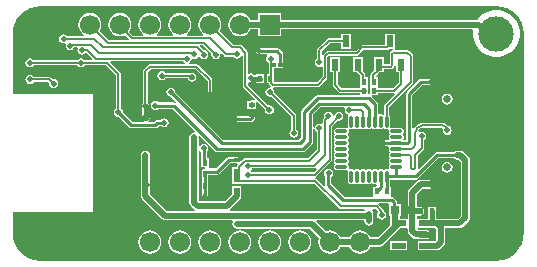
<source format=gbl>
G04*
G04 #@! TF.GenerationSoftware,Altium Limited,Altium Designer,21.6.4 (81)*
G04*
G04 Layer_Physical_Order=2*
G04 Layer_Color=16711680*
%FSLAX44Y44*%
%MOMM*%
G71*
G04*
G04 #@! TF.SameCoordinates,711A6483-5E67-4E50-9913-089A3A40D486*
G04*
G04*
G04 #@! TF.FilePolarity,Positive*
G04*
G01*
G75*
%ADD12C,0.1524*%
%ADD15C,0.2540*%
%ADD19R,0.4000X0.5000*%
%ADD22R,0.5000X0.4000*%
%ADD26R,0.7620X0.7620*%
%ADD61C,0.5080*%
%ADD62C,0.3810*%
%ADD65C,1.7000*%
%ADD66R,1.7000X1.7000*%
%ADD67C,3.0000*%
%ADD68C,0.6500*%
%ADD69O,1.8000X1.0000*%
%ADD70O,2.1000X1.0000*%
%ADD71C,0.5000*%
%ADD72C,0.6100*%
%ADD73R,0.5000X0.3000*%
%ADD74R,0.6000X1.0000*%
G04:AMPARAMS|DCode=75|XSize=0.3048mm|YSize=0.9652mm|CornerRadius=0.0762mm|HoleSize=0mm|Usage=FLASHONLY|Rotation=270.000|XOffset=0mm|YOffset=0mm|HoleType=Round|Shape=RoundedRectangle|*
%AMROUNDEDRECTD75*
21,1,0.3048,0.8128,0,0,270.0*
21,1,0.1524,0.9652,0,0,270.0*
1,1,0.1524,-0.4064,-0.0762*
1,1,0.1524,-0.4064,0.0762*
1,1,0.1524,0.4064,0.0762*
1,1,0.1524,0.4064,-0.0762*
%
%ADD75ROUNDEDRECTD75*%
G04:AMPARAMS|DCode=76|XSize=0.3048mm|YSize=0.9652mm|CornerRadius=0.0762mm|HoleSize=0mm|Usage=FLASHONLY|Rotation=0.000|XOffset=0mm|YOffset=0mm|HoleType=Round|Shape=RoundedRectangle|*
%AMROUNDEDRECTD76*
21,1,0.3048,0.8128,0,0,0.0*
21,1,0.1524,0.9652,0,0,0.0*
1,1,0.1524,0.0762,-0.4064*
1,1,0.1524,-0.0762,-0.4064*
1,1,0.1524,-0.0762,0.4064*
1,1,0.1524,0.0762,0.4064*
%
%ADD76ROUNDEDRECTD76*%
%ADD77R,2.7000X2.8000*%
%ADD78R,1.1570X0.4900*%
%ADD79R,1.1750X0.4900*%
G36*
X390636Y191815D02*
X395017Y190486D01*
X399054Y188328D01*
X402593Y185423D01*
X405498Y181884D01*
X407656Y177847D01*
X408985Y173466D01*
X409425Y168995D01*
X409408Y168910D01*
Y0D01*
X409425Y-85D01*
X408985Y-4556D01*
X407656Y-8937D01*
X405498Y-12974D01*
X402593Y-16513D01*
X399054Y-19418D01*
X395017Y-21576D01*
X390636Y-22905D01*
X386165Y-23345D01*
X386080Y-23328D01*
X0D01*
X-85Y-23345D01*
X-4556Y-22905D01*
X-8937Y-21576D01*
X-12974Y-19418D01*
X-16513Y-16513D01*
X-19418Y-12974D01*
X-21576Y-8937D01*
X-22905Y-4556D01*
X-23345Y-85D01*
X-23328Y0D01*
Y17780D01*
X44600D01*
Y117780D01*
X-23328D01*
Y168910D01*
X-23345Y168995D01*
X-22905Y173466D01*
X-21576Y177847D01*
X-19418Y181884D01*
X-16513Y185423D01*
X-12974Y188328D01*
X-8937Y190486D01*
X-4556Y191815D01*
X-85Y192255D01*
X0Y192238D01*
X386080D01*
X386165Y192255D01*
X390636Y191815D01*
D02*
G37*
%LPC*%
G36*
X388034Y188748D02*
X384126D01*
X380293Y187986D01*
X376683Y186490D01*
X373434Y184319D01*
X370671Y181556D01*
X369908Y180415D01*
X204080D01*
Y186300D01*
X184540D01*
Y180415D01*
X177876D01*
X177444Y181457D01*
X175878Y183498D01*
X173837Y185064D01*
X171460Y186049D01*
X168910Y186384D01*
X166360Y186049D01*
X163983Y185064D01*
X161942Y183498D01*
X160376Y181457D01*
X159391Y179081D01*
X159056Y176530D01*
X159391Y173979D01*
X160376Y171603D01*
X161942Y169562D01*
X163983Y167996D01*
X166360Y167012D01*
X168910Y166676D01*
X171460Y167012D01*
X173837Y167996D01*
X175878Y169562D01*
X177444Y171603D01*
X177876Y172645D01*
X184540D01*
Y166760D01*
X204080D01*
Y172645D01*
X365595D01*
X366401Y171664D01*
X366242Y170864D01*
Y166956D01*
X367004Y163123D01*
X368500Y159513D01*
X370671Y156264D01*
X373434Y153501D01*
X376683Y151330D01*
X380293Y149834D01*
X384126Y149072D01*
X388034D01*
X391866Y149834D01*
X395477Y151330D01*
X398726Y153501D01*
X401489Y156264D01*
X403660Y159513D01*
X405156Y163123D01*
X405918Y166956D01*
Y170864D01*
X405156Y174697D01*
X403660Y178307D01*
X401489Y181556D01*
X398726Y184319D01*
X395477Y186490D01*
X391866Y187986D01*
X388034Y188748D01*
D02*
G37*
G36*
X143510Y186384D02*
X140960Y186049D01*
X138583Y185064D01*
X136542Y183498D01*
X134976Y181457D01*
X133991Y179081D01*
X133656Y176530D01*
X133991Y173979D01*
X134976Y171603D01*
X136542Y169562D01*
X137886Y168530D01*
X137455Y167260D01*
X124165D01*
X123734Y168530D01*
X125078Y169562D01*
X126644Y171603D01*
X127628Y173979D01*
X127964Y176530D01*
X127628Y179081D01*
X126644Y181457D01*
X125078Y183498D01*
X123037Y185064D01*
X120660Y186049D01*
X118110Y186384D01*
X115560Y186049D01*
X113183Y185064D01*
X111142Y183498D01*
X109576Y181457D01*
X108591Y179081D01*
X108256Y176530D01*
X108591Y173979D01*
X109576Y171603D01*
X111142Y169562D01*
X112486Y168530D01*
X112055Y167260D01*
X98765D01*
X98334Y168530D01*
X99678Y169562D01*
X101244Y171603D01*
X102228Y173979D01*
X102564Y176530D01*
X102228Y179081D01*
X101244Y181457D01*
X99678Y183498D01*
X97637Y185064D01*
X95260Y186049D01*
X92710Y186384D01*
X90160Y186049D01*
X87783Y185064D01*
X85742Y183498D01*
X84176Y181457D01*
X83191Y179081D01*
X82856Y176530D01*
X83191Y173979D01*
X84176Y171603D01*
X85742Y169562D01*
X87086Y168530D01*
X86655Y167260D01*
X78240D01*
X74999Y170501D01*
X75844Y171603D01*
X76828Y173979D01*
X77164Y176530D01*
X76828Y179081D01*
X75844Y181457D01*
X74278Y183498D01*
X72237Y185064D01*
X69861Y186049D01*
X67310Y186384D01*
X64759Y186049D01*
X62383Y185064D01*
X60342Y183498D01*
X58776Y181457D01*
X57792Y179081D01*
X57456Y176530D01*
X57792Y173979D01*
X58776Y171603D01*
X60342Y169562D01*
X62383Y167996D01*
X64759Y167012D01*
X67310Y166676D01*
X69861Y167012D01*
X71818Y167822D01*
X74988Y164652D01*
X74462Y163382D01*
X57988D01*
X50150Y171220D01*
X50444Y171603D01*
X51428Y173979D01*
X51764Y176530D01*
X51428Y179081D01*
X50444Y181457D01*
X48878Y183498D01*
X46837Y185064D01*
X44461Y186049D01*
X41910Y186384D01*
X39360Y186049D01*
X36983Y185064D01*
X34942Y183498D01*
X33376Y181457D01*
X32392Y179081D01*
X32056Y176530D01*
X32392Y173979D01*
X33376Y171603D01*
X34942Y169562D01*
X36983Y167996D01*
X37368Y167837D01*
X37115Y166567D01*
X22877D01*
X22445Y167213D01*
X21198Y168046D01*
X19727Y168339D01*
X18256Y168046D01*
X17009Y167213D01*
X16176Y165966D01*
X15883Y164495D01*
X16176Y163024D01*
X17009Y161777D01*
X18256Y160944D01*
X19727Y160651D01*
X20630Y160831D01*
X20827Y160719D01*
X21625Y159818D01*
X21412Y158748D01*
X21705Y157277D01*
X22538Y156030D01*
X23785Y155197D01*
X25256Y154904D01*
X26727Y155197D01*
X27974Y156030D01*
X28808Y157277D01*
X28837Y157428D01*
X30942D01*
X31636Y156158D01*
X31400Y154967D01*
X31692Y153496D01*
X32525Y152249D01*
X33772Y151416D01*
X35243Y151124D01*
X36714Y151416D01*
X37961Y152249D01*
X39394Y152107D01*
X44095Y147405D01*
X43609Y146232D01*
X37440D01*
X37008Y146878D01*
X35761Y147711D01*
X34290Y148004D01*
X32819Y147711D01*
X31572Y146878D01*
X31140Y146232D01*
X-5660D01*
X-6092Y146878D01*
X-7339Y147711D01*
X-8810Y148004D01*
X-10281Y147711D01*
X-11528Y146878D01*
X-12361Y145631D01*
X-12654Y144160D01*
X-12361Y142689D01*
X-11528Y141442D01*
X-10281Y140609D01*
X-8810Y140316D01*
X-7339Y140609D01*
X-6092Y141442D01*
X-5660Y142088D01*
X31140D01*
X31572Y141442D01*
X32819Y140609D01*
X34290Y140316D01*
X35761Y140609D01*
X37008Y141442D01*
X37440Y142088D01*
X55535D01*
X63968Y133656D01*
Y105240D01*
X63322Y104808D01*
X62489Y103561D01*
X62196Y102090D01*
X62489Y100619D01*
X63322Y99372D01*
X64569Y98539D01*
X66040Y98246D01*
X66191Y98276D01*
X75184Y89284D01*
X76024Y88723D01*
X77015Y88525D01*
X97308D01*
X98299Y88723D01*
X99139Y89284D01*
X100219Y90364D01*
X102682D01*
X103417Y89874D01*
X104888Y89581D01*
X106359Y89874D01*
X107606Y90707D01*
X108439Y91954D01*
X108731Y93425D01*
X108439Y94896D01*
X107606Y96143D01*
X106359Y96976D01*
X104888Y97269D01*
X103417Y96976D01*
X102170Y96143D01*
X101769Y95544D01*
X99146D01*
X98155Y95347D01*
X97315Y94785D01*
X96235Y93705D01*
X91600D01*
X91215Y94975D01*
X91619Y95245D01*
X92321Y96296D01*
X92568Y97534D01*
X92352Y98616D01*
Y106679D01*
X92352Y107240D01*
X93622Y107366D01*
X93799Y106479D01*
X94632Y105232D01*
X95879Y104399D01*
X97350Y104106D01*
X98821Y104399D01*
X100068Y105232D01*
X100154Y105360D01*
X111957D01*
X131110Y86208D01*
X130484Y85037D01*
X130048Y85124D01*
X128577Y84831D01*
X127330Y83998D01*
X126497Y82751D01*
X126204Y81280D01*
X126320Y80696D01*
X126235Y80268D01*
Y25836D01*
X126531Y24349D01*
X127373Y23089D01*
X130349Y20113D01*
X130685Y19888D01*
X130300Y18619D01*
X107525D01*
X92785Y33359D01*
Y65690D01*
X92489Y67176D01*
X91647Y68437D01*
X90387Y69279D01*
X88900Y69574D01*
X87413Y69279D01*
X86153Y68437D01*
X85311Y67176D01*
X85015Y65690D01*
Y31750D01*
X85311Y30263D01*
X86153Y29003D01*
X103169Y11987D01*
X104430Y11145D01*
X105916Y10849D01*
X162466D01*
X163145Y9579D01*
X162819Y9091D01*
X162526Y7620D01*
X162819Y6149D01*
X163652Y4902D01*
X164899Y4069D01*
X166370Y3776D01*
X167071Y3916D01*
X167977Y3736D01*
X228261D01*
X236023Y-4027D01*
X235592Y-5070D01*
X235256Y-7620D01*
X235592Y-10171D01*
X236576Y-12547D01*
X238142Y-14588D01*
X240183Y-16154D01*
X242560Y-17139D01*
X245110Y-17474D01*
X247661Y-17139D01*
X250037Y-16154D01*
X252078Y-14588D01*
X253644Y-12547D01*
X254076Y-11505D01*
X261544D01*
X261976Y-12547D01*
X263542Y-14588D01*
X265583Y-16154D01*
X267959Y-17139D01*
X270510Y-17474D01*
X273060Y-17139D01*
X275437Y-16154D01*
X277478Y-14588D01*
X279044Y-12547D01*
X279476Y-11505D01*
X287572D01*
X289059Y-11209D01*
X290319Y-10367D01*
X305196Y4510D01*
X310568Y4510D01*
X311075Y3451D01*
Y1796D01*
X311371Y309D01*
X312213Y-951D01*
X315189Y-3927D01*
X316449Y-4769D01*
X317936Y-5065D01*
X326045D01*
X326497Y-5155D01*
X327984Y-4859D01*
X329244Y-4017D01*
X330086Y-2757D01*
X330382Y-1270D01*
X330086Y217D01*
X329244Y1477D01*
X329154Y1567D01*
X327894Y2409D01*
X326407Y2705D01*
X319754D01*
X319332Y3286D01*
X319998Y4510D01*
X325307D01*
X326587Y4255D01*
X334421D01*
X335205Y3471D01*
Y-6011D01*
X334421Y-6795D01*
X326587D01*
X325307Y-7050D01*
X319443D01*
Y-14490D01*
X325670D01*
X326497Y-14655D01*
X326950Y-14565D01*
X336030D01*
X337517Y-14269D01*
X338777Y-13427D01*
X341837Y-10367D01*
X342679Y-9107D01*
X342975Y-7620D01*
Y4255D01*
X354850D01*
X356337Y4551D01*
X357597Y5393D01*
X362588Y10384D01*
X363430Y11644D01*
X363725Y13131D01*
Y61794D01*
X363430Y63281D01*
X362588Y64541D01*
X358399Y68730D01*
X357138Y69572D01*
X355652Y69868D01*
X352838D01*
X351352Y69572D01*
X350091Y68730D01*
X349986Y68573D01*
X335881D01*
X334889Y68376D01*
X334049Y67814D01*
X320727Y54491D01*
X319556Y55117D01*
X319618Y55427D01*
Y65477D01*
X324071Y69931D01*
X324072Y69931D01*
X324427Y70286D01*
X324427Y70286D01*
X324876Y70958D01*
X325033Y71751D01*
X325033Y71751D01*
Y78805D01*
X325680Y79237D01*
X326513Y80484D01*
X326805Y81955D01*
X326513Y83426D01*
X325680Y84673D01*
X324433Y85506D01*
X322962Y85799D01*
X321491Y85506D01*
X321397Y85443D01*
X320024Y86054D01*
X319922Y86755D01*
X320692Y87907D01*
X322321Y88995D01*
X324218Y89373D01*
X324242Y89368D01*
X340056D01*
Y89327D01*
X340064Y89325D01*
X340253Y89141D01*
X340893Y87936D01*
X340698Y86955D01*
X340990Y85484D01*
X341824Y84237D01*
X343071Y83403D01*
X344542Y83111D01*
X346013Y83403D01*
X347260Y84237D01*
X348093Y85484D01*
X348386Y86955D01*
X348093Y88426D01*
X347260Y89673D01*
X346013Y90506D01*
X345462Y90615D01*
X344705Y91603D01*
X343343Y92647D01*
X341758Y93304D01*
X340056Y93528D01*
Y93512D01*
X324242D01*
Y93551D01*
X321862Y93237D01*
X319645Y92319D01*
X317742Y90858D01*
X316281Y88954D01*
X316280Y88952D01*
X315010Y89205D01*
Y117037D01*
X323039Y125066D01*
X339501D01*
X340493Y125264D01*
X341333Y125825D01*
X341894Y126665D01*
X342091Y127656D01*
X341894Y128647D01*
X341333Y129487D01*
X340493Y130049D01*
X339501Y130246D01*
X321966D01*
X320975Y130049D01*
X320135Y129487D01*
X310589Y119941D01*
X310027Y119101D01*
X309830Y118110D01*
Y78710D01*
X308305D01*
X308056Y78933D01*
X307432Y79980D01*
X307507Y80358D01*
Y81882D01*
X307349Y82675D01*
X307001Y83620D01*
X307349Y84565D01*
X307507Y85358D01*
Y86882D01*
X307349Y87675D01*
X306900Y88347D01*
X306228Y88796D01*
X305435Y88954D01*
X297307D01*
X296876Y88868D01*
X296590Y89038D01*
X296048Y89580D01*
X295878Y89866D01*
X295964Y90297D01*
Y98425D01*
X295806Y99218D01*
X295357Y99890D01*
X295202Y99994D01*
Y106852D01*
X315175Y126825D01*
X315175Y126825D01*
X315624Y127497D01*
X315782Y128290D01*
Y149840D01*
X315782Y149840D01*
X315624Y150633D01*
X315175Y151305D01*
X312181Y154299D01*
X311509Y154748D01*
X310716Y154906D01*
X310716Y154906D01*
X300292D01*
X300180Y156130D01*
X300180Y156176D01*
Y168670D01*
X291640D01*
Y159234D01*
X272732D01*
X272732Y159234D01*
X271939Y159076D01*
X271267Y158627D01*
X271267Y158627D01*
X267112Y154472D01*
X243840D01*
X243840Y154472D01*
X243047Y154314D01*
X242375Y153865D01*
X242375Y153865D01*
X239534Y151024D01*
X239414Y151028D01*
X238264Y151423D01*
Y154054D01*
X245038Y160828D01*
X254810D01*
Y156130D01*
X263350D01*
Y168670D01*
X254810D01*
Y164972D01*
X244180D01*
X243387Y164814D01*
X242715Y164365D01*
X242715Y164365D01*
X234727Y156377D01*
X234278Y155705D01*
X234121Y154912D01*
X234121Y154912D01*
Y147659D01*
X233474Y147227D01*
X232641Y145980D01*
X232348Y144509D01*
X232641Y143038D01*
X233474Y141791D01*
X234721Y140958D01*
X236192Y140665D01*
X237629Y140951D01*
X237858Y140988D01*
X238899Y140263D01*
Y132609D01*
X234092Y127802D01*
X198020D01*
Y134580D01*
X197554D01*
Y139470D01*
X201042D01*
X201042Y139470D01*
Y139470D01*
X202170Y139813D01*
X202312Y139827D01*
X203200Y139650D01*
X204191Y139847D01*
X205031Y140409D01*
X205593Y141249D01*
X205790Y142240D01*
Y151130D01*
X205593Y152121D01*
X205031Y152961D01*
X202280Y155713D01*
X201439Y156274D01*
X200448Y156471D01*
X185006D01*
X184015Y156274D01*
X183175Y155713D01*
X182614Y154873D01*
X182417Y153882D01*
X182614Y152891D01*
X183175Y152050D01*
X184015Y151489D01*
X185006Y151292D01*
X191509D01*
X191677Y151083D01*
X192072Y150022D01*
X191448Y149089D01*
X191156Y147618D01*
X191448Y146147D01*
X192282Y144900D01*
X193410Y144146D01*
Y141822D01*
X193401Y141776D01*
X193410D01*
Y134580D01*
X191480D01*
Y127040D01*
X193148D01*
X193226Y126647D01*
X193675Y125975D01*
X195335Y124315D01*
X195333Y124183D01*
X194750Y123136D01*
X194310Y123224D01*
X192839Y122931D01*
X191592Y122098D01*
X190759Y120851D01*
X190466Y119380D01*
X190759Y117909D01*
X191592Y116662D01*
X192839Y115829D01*
X194310Y115536D01*
X195072Y115688D01*
X212558Y98202D01*
Y87650D01*
X211912Y87218D01*
X211079Y85971D01*
X210786Y84500D01*
X211079Y83029D01*
X211912Y81782D01*
X213159Y80949D01*
X214630Y80656D01*
X216101Y80949D01*
X217348Y81782D01*
X218181Y83029D01*
X218474Y84500D01*
X218181Y85971D01*
X217348Y87218D01*
X216702Y87650D01*
Y99060D01*
X216702Y99060D01*
X216544Y99853D01*
X216095Y100525D01*
X216095Y100525D01*
X198002Y118618D01*
X198154Y119380D01*
X197861Y120851D01*
X197028Y122098D01*
X196927Y122166D01*
X196921Y122412D01*
X198128Y123658D01*
X234950D01*
X234950Y123658D01*
X235743Y123816D01*
X236415Y124265D01*
X242436Y130286D01*
X242436Y130286D01*
X242885Y130958D01*
X243043Y131751D01*
Y148673D01*
X244698Y150328D01*
X267970D01*
X267970Y150328D01*
X268763Y150486D01*
X269435Y150935D01*
X273590Y155090D01*
X293672D01*
X293672Y155090D01*
X294465Y155248D01*
X295137Y155697D01*
X295570Y156130D01*
X298527D01*
X298652Y154860D01*
X298092Y154748D01*
X297419Y154299D01*
X297419Y154299D01*
X296370Y153250D01*
X295921Y152578D01*
X295763Y151785D01*
X295763Y151785D01*
Y143042D01*
X290680D01*
Y148670D01*
X282140D01*
Y137270D01*
X280086Y135216D01*
X279637Y134544D01*
X279479Y133751D01*
X279479Y133751D01*
Y132040D01*
X279110D01*
Y125690D01*
X279110Y124420D01*
X279110Y123230D01*
Y118170D01*
X278432Y117587D01*
X277653Y117643D01*
X277295Y118701D01*
X277522Y119040D01*
X277814Y120511D01*
X277522Y121982D01*
X277150Y122539D01*
X277150Y124500D01*
X277150Y125690D01*
Y132040D01*
X275222D01*
Y133830D01*
X275222Y133830D01*
X275064Y134623D01*
X274615Y135295D01*
X274615Y135295D01*
X272850Y137060D01*
Y148670D01*
X264310D01*
Y136130D01*
X267920D01*
X270740Y133310D01*
X270610Y132040D01*
X270610D01*
Y125690D01*
X270610Y124420D01*
Y123620D01*
X269712Y122722D01*
X254858D01*
X251652Y125928D01*
Y136130D01*
X253850D01*
Y148670D01*
X245310D01*
Y136130D01*
X247508D01*
Y125070D01*
X247508Y125070D01*
X247666Y124277D01*
X248115Y123605D01*
X252535Y119185D01*
X252535Y119185D01*
X253207Y118736D01*
X254000Y118578D01*
X270610D01*
Y116890D01*
X234950D01*
X233959Y116693D01*
X233119Y116131D01*
X221689Y104701D01*
X221127Y103861D01*
X220930Y102870D01*
Y81083D01*
X218637Y78790D01*
X154743D01*
X114304Y119229D01*
X114334Y119380D01*
X114041Y120851D01*
X113208Y122098D01*
X111961Y122931D01*
X110490Y123224D01*
X109019Y122931D01*
X107772Y122098D01*
X106939Y120851D01*
X106646Y119380D01*
X106939Y117909D01*
X107772Y116662D01*
X109019Y115829D01*
X110490Y115536D01*
X110641Y115566D01*
X114975Y111233D01*
X114165Y110246D01*
X114021Y110343D01*
X113030Y110540D01*
X100154D01*
X100068Y110668D01*
X98821Y111501D01*
X97350Y111794D01*
X95879Y111501D01*
X94632Y110668D01*
X93799Y109421D01*
X93633Y108588D01*
X93506Y107950D01*
X92310Y107949D01*
X92106Y108974D01*
X91404Y110024D01*
X91189Y110239D01*
X90972Y110384D01*
Y136302D01*
X93568Y138898D01*
X131311D01*
X141602Y128607D01*
Y116681D01*
X141760Y115888D01*
X142209Y115216D01*
X142881Y114767D01*
X143674Y114609D01*
X144466Y114767D01*
X145139Y115216D01*
X145588Y115888D01*
X145745Y116681D01*
Y129465D01*
X145745Y129465D01*
X145588Y130258D01*
X145139Y130930D01*
X133634Y142435D01*
X132962Y142884D01*
X132169Y143042D01*
X132169Y143042D01*
X126399D01*
X126013Y144312D01*
X126891Y144898D01*
X127724Y146145D01*
X127860Y146830D01*
X128750Y147624D01*
X129215Y147628D01*
X130310Y147411D01*
X131781Y147703D01*
X133028Y148537D01*
X133628Y149435D01*
X134137Y149526D01*
X134824Y149491D01*
X135034Y149427D01*
X135712Y148412D01*
X136959Y147579D01*
X138430Y147286D01*
X139901Y147579D01*
X141148Y148412D01*
X141981Y149659D01*
X142274Y151130D01*
X141981Y152601D01*
X141148Y153848D01*
X139901Y154681D01*
X138430Y154974D01*
X137884Y154865D01*
X134780Y157969D01*
X135307Y159239D01*
X137541D01*
X144888Y151892D01*
X144736Y151130D01*
X145028Y149659D01*
X145862Y148412D01*
X147109Y147579D01*
X148580Y147286D01*
X150051Y147579D01*
X151298Y148412D01*
X152131Y149659D01*
X152424Y151130D01*
X152342Y151542D01*
X153512Y152168D01*
X155769Y149911D01*
X155769Y149911D01*
X156441Y149462D01*
X157234Y149304D01*
X163272D01*
X163703Y148658D01*
X164950Y147825D01*
X166421Y147532D01*
X167892Y147825D01*
X169139Y148658D01*
X169973Y149905D01*
X170012Y150104D01*
X171432Y150734D01*
X171558Y150658D01*
Y124565D01*
X171558Y124565D01*
X171716Y123772D01*
X172165Y123100D01*
X181418Y113847D01*
X181085Y112383D01*
X180540Y112190D01*
X179069Y112483D01*
X177598Y112190D01*
X177177Y111909D01*
X175299D01*
Y109010D01*
X175225Y108639D01*
X175299Y108268D01*
Y105369D01*
X177177D01*
X177598Y105088D01*
X179069Y104795D01*
X180540Y105088D01*
X180961Y105369D01*
X182839D01*
Y108268D01*
X182913Y108639D01*
X182839Y109010D01*
Y110629D01*
X184109Y111156D01*
X190266Y104999D01*
X190114Y104237D01*
X190406Y102766D01*
X191240Y101519D01*
X192487Y100686D01*
X193958Y100393D01*
X195429Y100686D01*
X196676Y101519D01*
X197509Y102766D01*
X197802Y104237D01*
X197509Y105708D01*
X196676Y106955D01*
X195429Y107788D01*
X193958Y108081D01*
X193195Y107929D01*
X175702Y125423D01*
Y127208D01*
X176644Y127712D01*
X176972Y127762D01*
X178326Y127492D01*
X178953Y127617D01*
X179174Y127573D01*
X182980D01*
Y127040D01*
X189520D01*
Y134580D01*
X182980D01*
Y134047D01*
X181049D01*
X181044Y134054D01*
X179797Y134887D01*
X178326Y135180D01*
X176972Y134910D01*
X176644Y134960D01*
X175702Y135464D01*
Y152760D01*
X175544Y153553D01*
X175095Y154225D01*
X175095Y154225D01*
X170375Y158945D01*
X169703Y159394D01*
X168910Y159552D01*
X168910Y159552D01*
X163418D01*
X151750Y171220D01*
X152044Y171603D01*
X153028Y173979D01*
X153364Y176530D01*
X153028Y179081D01*
X152044Y181457D01*
X150478Y183498D01*
X148437Y185064D01*
X146060Y186049D01*
X143510Y186384D01*
D02*
G37*
G36*
X102870Y137194D02*
X101399Y136901D01*
X100152Y136068D01*
X99319Y134821D01*
X99026Y133350D01*
X99319Y131879D01*
X100152Y130632D01*
X101399Y129799D01*
X102870Y129506D01*
X104341Y129799D01*
X105588Y130632D01*
X105867Y131049D01*
X124631D01*
X124719Y130609D01*
X125552Y129362D01*
X126799Y128529D01*
X128270Y128236D01*
X129741Y128529D01*
X130988Y129362D01*
X131821Y130609D01*
X132114Y132080D01*
X131821Y133551D01*
X130988Y134798D01*
X129741Y135631D01*
X128270Y135924D01*
X126799Y135631D01*
X126143Y135193D01*
X106173D01*
X105588Y136068D01*
X104341Y136901D01*
X102870Y137194D01*
D02*
G37*
G36*
X-8810Y134004D02*
X-10281Y133711D01*
X-11528Y132878D01*
X-12361Y131631D01*
X-12654Y130160D01*
X-12361Y128689D01*
X-11528Y127442D01*
X-10281Y126608D01*
X-8810Y126316D01*
X-7339Y126608D01*
X-6092Y127442D01*
X-5660Y128088D01*
X6567D01*
X7435Y127104D01*
X7332Y126586D01*
X7625Y125115D01*
X8458Y123868D01*
X9705Y123035D01*
X11176Y122742D01*
X12647Y123035D01*
X13894Y123868D01*
X14727Y125115D01*
X15020Y126586D01*
X14727Y128057D01*
X13894Y129304D01*
X12647Y130138D01*
X11176Y130430D01*
X10414Y130279D01*
X9068Y131625D01*
X8395Y132074D01*
X7602Y132232D01*
X7602Y132232D01*
X-5660D01*
X-6092Y132878D01*
X-7339Y133711D01*
X-8810Y134004D01*
D02*
G37*
G36*
X344501Y117964D02*
X342737Y117613D01*
X341242Y116614D01*
X340243Y115119D01*
X339893Y113355D01*
X340243Y111592D01*
X341242Y110097D01*
X342737Y109098D01*
X344501Y108747D01*
X346265Y109098D01*
X347760Y110097D01*
X348759Y111592D01*
X349109Y113355D01*
X348759Y115119D01*
X347760Y116614D01*
X346265Y117613D01*
X344501Y117964D01*
D02*
G37*
G36*
X179535Y100488D02*
X178544Y100291D01*
X177704Y99730D01*
X177242Y99268D01*
X163671D01*
X162680Y99071D01*
X161840Y98510D01*
X161278Y97670D01*
X161081Y96678D01*
X161278Y95687D01*
X161840Y94847D01*
X162680Y94286D01*
X163671Y94089D01*
X178315D01*
X179306Y94286D01*
X180146Y94847D01*
X181366Y96067D01*
X181928Y96908D01*
X182125Y97899D01*
X181928Y98890D01*
X181366Y99730D01*
X180526Y100291D01*
X179535Y100488D01*
D02*
G37*
G36*
X310568Y-7050D02*
X296278D01*
Y-14490D01*
X310568D01*
Y-7050D01*
D02*
G37*
G36*
X219710Y2234D02*
X217160Y1899D01*
X214783Y914D01*
X212742Y-652D01*
X211176Y-2693D01*
X210191Y-5070D01*
X209856Y-7620D01*
X210191Y-10171D01*
X211176Y-12547D01*
X212742Y-14588D01*
X214783Y-16154D01*
X217160Y-17139D01*
X219710Y-17474D01*
X222260Y-17139D01*
X224637Y-16154D01*
X226678Y-14588D01*
X228244Y-12547D01*
X229228Y-10171D01*
X229564Y-7620D01*
X229228Y-5070D01*
X228244Y-2693D01*
X226678Y-652D01*
X224637Y914D01*
X222260Y1899D01*
X219710Y2234D01*
D02*
G37*
G36*
X194310D02*
X191759Y1899D01*
X189383Y914D01*
X187342Y-652D01*
X185776Y-2693D01*
X184792Y-5070D01*
X184456Y-7620D01*
X184792Y-10171D01*
X185776Y-12547D01*
X187342Y-14588D01*
X189383Y-16154D01*
X191759Y-17139D01*
X194310Y-17474D01*
X196861Y-17139D01*
X199237Y-16154D01*
X201278Y-14588D01*
X202844Y-12547D01*
X203829Y-10171D01*
X204164Y-7620D01*
X203829Y-5070D01*
X202844Y-2693D01*
X201278Y-652D01*
X199237Y914D01*
X196861Y1899D01*
X194310Y2234D01*
D02*
G37*
G36*
X168910D02*
X166360Y1899D01*
X163983Y914D01*
X161942Y-652D01*
X160376Y-2693D01*
X159391Y-5070D01*
X159056Y-7620D01*
X159391Y-10171D01*
X160376Y-12547D01*
X161942Y-14588D01*
X163983Y-16154D01*
X166360Y-17139D01*
X168910Y-17474D01*
X171460Y-17139D01*
X173837Y-16154D01*
X175878Y-14588D01*
X177444Y-12547D01*
X178428Y-10171D01*
X178764Y-7620D01*
X178428Y-5070D01*
X177444Y-2693D01*
X175878Y-652D01*
X173837Y914D01*
X171460Y1899D01*
X168910Y2234D01*
D02*
G37*
G36*
X143510D02*
X140960Y1899D01*
X138583Y914D01*
X136542Y-652D01*
X134976Y-2693D01*
X133991Y-5070D01*
X133656Y-7620D01*
X133991Y-10171D01*
X134976Y-12547D01*
X136542Y-14588D01*
X138583Y-16154D01*
X140960Y-17139D01*
X143510Y-17474D01*
X146060Y-17139D01*
X148437Y-16154D01*
X150478Y-14588D01*
X152044Y-12547D01*
X153028Y-10171D01*
X153364Y-7620D01*
X153028Y-5070D01*
X152044Y-2693D01*
X150478Y-652D01*
X148437Y914D01*
X146060Y1899D01*
X143510Y2234D01*
D02*
G37*
G36*
X118110D02*
X115560Y1899D01*
X113183Y914D01*
X111142Y-652D01*
X109576Y-2693D01*
X108591Y-5070D01*
X108256Y-7620D01*
X108591Y-10171D01*
X109576Y-12547D01*
X111142Y-14588D01*
X113183Y-16154D01*
X115560Y-17139D01*
X118110Y-17474D01*
X120660Y-17139D01*
X123037Y-16154D01*
X125078Y-14588D01*
X126644Y-12547D01*
X127628Y-10171D01*
X127964Y-7620D01*
X127628Y-5070D01*
X126644Y-2693D01*
X125078Y-652D01*
X123037Y914D01*
X120660Y1899D01*
X118110Y2234D01*
D02*
G37*
G36*
X92710D02*
X90160Y1899D01*
X87783Y914D01*
X85742Y-652D01*
X84176Y-2693D01*
X83191Y-5070D01*
X82856Y-7620D01*
X83191Y-10171D01*
X84176Y-12547D01*
X85742Y-14588D01*
X87783Y-16154D01*
X90160Y-17139D01*
X92710Y-17474D01*
X95260Y-17139D01*
X97637Y-16154D01*
X99678Y-14588D01*
X101244Y-12547D01*
X102228Y-10171D01*
X102564Y-7620D01*
X102228Y-5070D01*
X101244Y-2693D01*
X99678Y-652D01*
X97637Y914D01*
X95260Y1899D01*
X92710Y2234D01*
D02*
G37*
%LPD*%
G36*
X121455Y144898D02*
X122332Y144312D01*
X121947Y143042D01*
X92710D01*
X92710Y143042D01*
X91917Y142884D01*
X91245Y142435D01*
X87435Y138625D01*
X86986Y137953D01*
X86828Y137160D01*
X86828Y137160D01*
Y110384D01*
X86611Y110239D01*
X85909Y109189D01*
X85663Y107950D01*
X85878Y106868D01*
Y97750D01*
X86124Y96511D01*
X86826Y95461D01*
X87041Y95245D01*
X87446Y94975D01*
X87061Y93705D01*
X78088D01*
X69854Y101939D01*
X69884Y102090D01*
X69591Y103561D01*
X68758Y104808D01*
X68112Y105240D01*
Y134514D01*
X67954Y135307D01*
X67505Y135979D01*
X67505Y135979D01*
X59113Y144371D01*
X59599Y145544D01*
X121023D01*
X121455Y144898D01*
D02*
G37*
G36*
X301140Y141553D02*
Y136130D01*
X303338D01*
Y127198D01*
X298862Y122722D01*
X286548D01*
X285650Y123620D01*
X285650Y124500D01*
X285650Y125690D01*
Y132040D01*
X284566D01*
X284040Y133310D01*
X285512Y134782D01*
X286145Y135205D01*
X287070Y136130D01*
X290680D01*
Y138898D01*
X296942D01*
X296942Y138898D01*
X297735Y139056D01*
X298407Y139505D01*
X299300Y140398D01*
X299300Y140398D01*
X299749Y141070D01*
X299870Y141678D01*
X301140Y141553D01*
D02*
G37*
G36*
X299844Y117384D02*
X299847Y117357D01*
X291665Y109175D01*
X291216Y108503D01*
X291058Y107710D01*
X291058Y107710D01*
Y100949D01*
X289788Y100270D01*
X289685Y100339D01*
X288892Y100497D01*
X287368D01*
X286990Y100422D01*
X285943Y101046D01*
X285720Y101295D01*
Y109300D01*
X285523Y110291D01*
X284961Y111131D01*
X280483Y115610D01*
X281008Y116880D01*
X285650D01*
Y118578D01*
X299272D01*
X299844Y117384D01*
D02*
G37*
G36*
X258019Y105360D02*
X257776Y104140D01*
X258069Y102669D01*
X258902Y101422D01*
X260018Y100677D01*
X260157Y100552D01*
X260463Y99231D01*
X260454Y99218D01*
X260296Y98425D01*
Y90297D01*
X260382Y89866D01*
X260212Y89580D01*
X259670Y89038D01*
X259384Y88868D01*
X258953Y88954D01*
X250825D01*
X250032Y88796D01*
X249360Y88347D01*
X248911Y87675D01*
X248753Y86882D01*
Y85358D01*
X248911Y84565D01*
X249259Y83620D01*
X248911Y82675D01*
X248753Y81882D01*
Y80358D01*
X248911Y79565D01*
X249360Y78893D01*
Y78347D01*
X248911Y77675D01*
X248753Y76882D01*
Y75358D01*
X248911Y74565D01*
X249259Y73620D01*
X248911Y72675D01*
X248753Y71882D01*
Y70358D01*
X248911Y69565D01*
X249259Y68620D01*
X248911Y67675D01*
X248753Y66882D01*
Y65358D01*
X248911Y64565D01*
X249360Y63893D01*
Y63347D01*
X248911Y62675D01*
X248753Y61882D01*
Y60358D01*
X248911Y59565D01*
X249259Y58620D01*
X248911Y57675D01*
X248753Y56882D01*
Y55358D01*
X248911Y54565D01*
X249360Y53893D01*
X250032Y53444D01*
X250825Y53286D01*
X258953D01*
X259384Y53372D01*
X259670Y53202D01*
X260212Y52660D01*
X260382Y52374D01*
X260296Y51943D01*
Y43815D01*
X260454Y43022D01*
X260903Y42350D01*
X261575Y41901D01*
X262368Y41743D01*
X263892D01*
X264685Y41901D01*
X265357Y42350D01*
X265903D01*
X266575Y41901D01*
X267368Y41743D01*
X268892D01*
X269685Y41901D01*
X270630Y42249D01*
X271575Y41901D01*
X272368Y41743D01*
X273892D01*
X274685Y41901D01*
X275357Y42350D01*
X275903D01*
X276575Y41901D01*
X277368Y41743D01*
X278892D01*
X279685Y41901D01*
X280357Y42350D01*
X280903D01*
X281575Y41901D01*
X282368Y41743D01*
X283892D01*
X283904Y41746D01*
X285090Y40955D01*
X285192Y40336D01*
X284291Y39330D01*
X281600D01*
Y31800D01*
X281600Y31790D01*
X281576Y30530D01*
X257613D01*
X246430Y41713D01*
Y47682D01*
X246694Y47859D01*
X247527Y49106D01*
X247820Y50577D01*
X247527Y52048D01*
X246694Y53295D01*
X245447Y54128D01*
X243976Y54420D01*
X242505Y54128D01*
X241258Y53295D01*
X240425Y52048D01*
X240132Y50577D01*
X240425Y49106D01*
X241250Y47870D01*
Y40640D01*
X241326Y40260D01*
X240155Y39635D01*
X234332Y45458D01*
X233660Y45907D01*
X232867Y46065D01*
X232826Y46135D01*
X233064Y47477D01*
X233736Y47926D01*
X246407Y60597D01*
X246407Y60597D01*
X246856Y61269D01*
X247014Y62062D01*
X247013Y62062D01*
Y90146D01*
X252191Y95323D01*
X252730Y95216D01*
X254201Y95509D01*
X255448Y96342D01*
X256281Y97589D01*
X256574Y99060D01*
X256281Y100531D01*
X255448Y101778D01*
X254201Y102611D01*
X252730Y102904D01*
X251259Y102611D01*
X250012Y101778D01*
X249179Y100531D01*
X248886Y99060D01*
X248889Y99044D01*
X248884Y99040D01*
X248859Y99040D01*
X247568Y99644D01*
X247391Y100531D01*
X246558Y101778D01*
X245311Y102611D01*
X243840Y102904D01*
X242369Y102611D01*
X241122Y101778D01*
X240289Y100531D01*
X239996Y99060D01*
X240289Y97589D01*
X240325Y97535D01*
X239835Y97044D01*
X239386Y96372D01*
X239228Y95579D01*
X239228Y95579D01*
Y92952D01*
X237958Y92273D01*
X237691Y92451D01*
X236220Y92744D01*
X234749Y92451D01*
X233502Y91618D01*
X232669Y90371D01*
X232460Y89320D01*
X231190Y89445D01*
Y100527D01*
X237293Y106630D01*
X257339D01*
X258019Y105360D01*
D02*
G37*
G36*
X291575Y88383D02*
X292368Y88225D01*
X293892D01*
X294323Y88311D01*
X294609Y88141D01*
X295151Y87599D01*
X295321Y87313D01*
X295235Y86882D01*
Y85358D01*
X295393Y84565D01*
X295741Y83620D01*
X295393Y82675D01*
X295235Y81882D01*
Y80358D01*
X295310Y79980D01*
X294686Y78933D01*
X294437Y78710D01*
X283130D01*
X282139Y78513D01*
X281299Y77951D01*
X276299Y72951D01*
X275737Y72111D01*
X275540Y71120D01*
X275737Y70129D01*
X276299Y69289D01*
X277139Y68727D01*
X278130Y68530D01*
X279121Y68727D01*
X279961Y69289D01*
X284203Y73530D01*
X294437D01*
X294686Y73307D01*
X295310Y72260D01*
X295235Y71882D01*
Y70358D01*
X295393Y69565D01*
X295741Y68620D01*
X295393Y67675D01*
X295235Y66882D01*
Y65358D01*
X295393Y64565D01*
X295842Y63893D01*
Y63347D01*
X295393Y62675D01*
X295235Y61882D01*
Y60358D01*
X295393Y59565D01*
X295741Y58620D01*
X295393Y57675D01*
X295235Y56882D01*
Y55358D01*
X295321Y54927D01*
X295151Y54641D01*
X294609Y54099D01*
X294323Y53929D01*
X293892Y54015D01*
X292368D01*
X291575Y53857D01*
X290903Y53408D01*
X290357D01*
X289685Y53857D01*
X288892Y54015D01*
X287368D01*
X286575Y53857D01*
X285630Y53509D01*
X284685Y53857D01*
X283892Y54015D01*
X282368D01*
X281575Y53857D01*
X280903Y53408D01*
X280357D01*
X279685Y53857D01*
X278892Y54015D01*
X277368D01*
X276575Y53857D01*
X275903Y53408D01*
X275357D01*
X274685Y53857D01*
X273892Y54015D01*
X272368D01*
X271575Y53857D01*
X270630Y53509D01*
X269685Y53857D01*
X268892Y54015D01*
X267368D01*
X266575Y53857D01*
X265903Y53408D01*
X265357D01*
X264685Y53857D01*
X263892Y54015D01*
X262368D01*
X261937Y53929D01*
X261651Y54099D01*
X261109Y54641D01*
X260939Y54927D01*
X261025Y55358D01*
Y56882D01*
X260867Y57675D01*
X260519Y58620D01*
X260867Y59565D01*
X261025Y60358D01*
Y61882D01*
X260867Y62675D01*
X260418Y63347D01*
Y63893D01*
X260867Y64565D01*
X261025Y65358D01*
Y66882D01*
X260867Y67675D01*
X260519Y68620D01*
X260867Y69565D01*
X261025Y70358D01*
Y71882D01*
X260867Y72675D01*
X260519Y73620D01*
X260867Y74565D01*
X261025Y75358D01*
Y76882D01*
X260867Y77675D01*
X260418Y78347D01*
Y78893D01*
X260867Y79565D01*
X261025Y80358D01*
Y81882D01*
X260867Y82675D01*
X260519Y83620D01*
X260867Y84565D01*
X261025Y85358D01*
Y86882D01*
X260939Y87313D01*
X261109Y87599D01*
X261651Y88141D01*
X261937Y88311D01*
X262368Y88225D01*
X263892D01*
X264685Y88383D01*
X265357Y88832D01*
X265903D01*
X266575Y88383D01*
X267368Y88225D01*
X268892D01*
X269685Y88383D01*
X270630Y88731D01*
X271575Y88383D01*
X272368Y88225D01*
X273892D01*
X274685Y88383D01*
X275357Y88832D01*
X275903D01*
X276575Y88383D01*
X277368Y88225D01*
X278892D01*
X279685Y88383D01*
X280357Y88832D01*
X280903D01*
X281575Y88383D01*
X282368Y88225D01*
X283892D01*
X284685Y88383D01*
X285630Y88731D01*
X286575Y88383D01*
X287368Y88225D01*
X288892D01*
X289685Y88383D01*
X290357Y88832D01*
X290903D01*
X291575Y88383D01*
D02*
G37*
G36*
X232669Y87429D02*
X233502Y86182D01*
X234148Y85750D01*
Y70708D01*
X226796Y63356D01*
X173623D01*
X173623Y63356D01*
X172830Y63198D01*
X172158Y62749D01*
X172158Y62749D01*
X170054Y60645D01*
X168884Y61271D01*
X168959Y61649D01*
X168762Y62640D01*
X168200Y63480D01*
X167360Y64042D01*
X166369Y64239D01*
X159439D01*
X158448Y64042D01*
X157608Y63480D01*
X148787Y54660D01*
X142412D01*
X142390Y55921D01*
X142390Y55930D01*
Y63461D01*
X141365D01*
Y69286D01*
X141981Y70209D01*
X142274Y71680D01*
X141981Y73151D01*
X141148Y74398D01*
X139901Y75231D01*
X138430Y75523D01*
X136959Y75231D01*
X135712Y74398D01*
X135275Y73743D01*
X134005Y74128D01*
Y80268D01*
X133848Y81057D01*
X133892Y81280D01*
X133805Y81716D01*
X134976Y82342D01*
X148029Y69289D01*
X148869Y68727D01*
X149860Y68530D01*
X222250D01*
X223241Y68727D01*
X224081Y69289D01*
X230431Y75639D01*
X230993Y76479D01*
X231190Y77470D01*
Y88355D01*
X232460Y88480D01*
X232669Y87429D01*
D02*
G37*
G36*
X234178Y54228D02*
X231413Y51463D01*
X178876D01*
X178444Y52109D01*
X178343Y52176D01*
Y53704D01*
X178836Y54034D01*
X179268Y54680D01*
X232012D01*
X232012Y54680D01*
X232805Y54838D01*
X233368Y55214D01*
X234178Y54228D01*
D02*
G37*
G36*
X135712Y68962D02*
X136185Y68645D01*
Y63461D01*
X135850D01*
Y55921D01*
X139097D01*
X139119Y54660D01*
X138128Y54463D01*
X137288Y53901D01*
X136727Y53061D01*
X136529Y52070D01*
X136727Y51079D01*
X136913Y50799D01*
X136727Y50521D01*
X136530Y49530D01*
Y40190D01*
Y33443D01*
X136727Y32452D01*
X137289Y31612D01*
X138129Y31051D01*
X139120Y30854D01*
X140111Y31051D01*
X140951Y31612D01*
X141513Y32452D01*
X141710Y33443D01*
Y40190D01*
Y49480D01*
X149860D01*
X150851Y49677D01*
X151691Y50239D01*
X160512Y59059D01*
X166369D01*
X166747Y59135D01*
X167373Y57964D01*
X166643Y57234D01*
X166194Y56562D01*
X166066Y55920D01*
X162600D01*
Y52444D01*
X162485Y51868D01*
Y45720D01*
X162599Y45148D01*
Y41620D01*
X170139D01*
Y41921D01*
X232009D01*
X252862Y21068D01*
X253534Y20619D01*
X254327Y20461D01*
X254327Y20461D01*
X274239D01*
X274870Y19191D01*
X274746Y19004D01*
X274292Y18619D01*
X160893D01*
X160508Y19888D01*
X160844Y20113D01*
X169116Y28386D01*
X169958Y29646D01*
X170254Y31132D01*
Y35435D01*
X170139Y36011D01*
Y39660D01*
X162599D01*
Y36011D01*
X162484Y35435D01*
Y32741D01*
X156488Y26745D01*
X134705D01*
X134005Y27445D01*
Y69231D01*
X135275Y69616D01*
X135712Y68962D01*
D02*
G37*
G36*
X350091Y63236D02*
X351352Y62394D01*
X352838Y62098D01*
X354043D01*
X355956Y60185D01*
Y14740D01*
X353241Y12025D01*
X334749D01*
Y14795D01*
X334781D01*
Y22335D01*
X328242D01*
Y14795D01*
X328274D01*
Y12025D01*
X326950D01*
X326497Y12115D01*
X325670Y11950D01*
X319443Y11950D01*
X318845Y12973D01*
Y14679D01*
X321183D01*
X322670Y14975D01*
X323930Y15817D01*
X324772Y17077D01*
X325068Y18564D01*
X324772Y20051D01*
X323930Y21311D01*
X322670Y22153D01*
X321183Y22449D01*
X318845D01*
Y32681D01*
X323535Y37371D01*
X339502D01*
X340989Y37666D01*
X342249Y38509D01*
X343091Y39769D01*
X343387Y41255D01*
X343091Y42742D01*
X342249Y44002D01*
X340989Y44844D01*
X339502Y45140D01*
X321925D01*
X320439Y44844D01*
X319179Y44002D01*
X312213Y37037D01*
X311371Y35777D01*
X311075Y34290D01*
Y18564D01*
Y13010D01*
X310568Y11950D01*
X309805Y11950D01*
X304251D01*
X304078Y11984D01*
Y14753D01*
X305273D01*
Y24913D01*
X302145D01*
Y25965D01*
X301948Y26956D01*
X301387Y27796D01*
X299412Y29771D01*
X298572Y30333D01*
X297581Y30530D01*
X296664D01*
X296640Y31790D01*
X296640Y31800D01*
Y39330D01*
X295840D01*
Y43191D01*
X295964Y43815D01*
Y45328D01*
X317815D01*
X318806Y45525D01*
X319646Y46086D01*
X336953Y63393D01*
X349986D01*
X350091Y63236D01*
D02*
G37*
G36*
X295113Y24913D02*
Y14753D01*
X296308D01*
Y11950D01*
X296278D01*
Y6579D01*
X285963Y-3735D01*
X279476D01*
X279044Y-2693D01*
X277478Y-652D01*
X275437Y914D01*
X273060Y1899D01*
X270510Y2234D01*
X267959Y1899D01*
X265583Y914D01*
X263542Y-652D01*
X261976Y-2693D01*
X261544Y-3735D01*
X254076D01*
X253644Y-2693D01*
X252078Y-652D01*
X250037Y914D01*
X247661Y1899D01*
X245110Y2234D01*
X242560Y1899D01*
X241517Y1467D01*
X233405Y9579D01*
X233930Y10849D01*
X274245D01*
Y10160D01*
X274541Y8673D01*
X275383Y7413D01*
X276643Y6571D01*
X278130Y6275D01*
X279617Y6571D01*
X280877Y7413D01*
X281719Y8673D01*
X282015Y10160D01*
Y15240D01*
X281888Y15875D01*
X282015Y16510D01*
X281719Y17997D01*
X280921Y19191D01*
X280997Y19557D01*
X281361Y20461D01*
X283949D01*
X286190Y18220D01*
X286147Y17785D01*
X285314Y16538D01*
X285021Y15067D01*
X285314Y13596D01*
X286147Y12349D01*
X287394Y11516D01*
X288865Y11223D01*
X290336Y11516D01*
X291583Y12349D01*
X292416Y13596D01*
X292709Y15067D01*
X292416Y16538D01*
X291583Y17785D01*
X290781Y18322D01*
Y18631D01*
X290781Y18631D01*
X290623Y19424D01*
X290174Y20096D01*
X290174Y20096D01*
X286272Y23998D01*
X286149Y24080D01*
X286534Y25350D01*
X294024D01*
X295113Y24913D01*
D02*
G37*
%LPC*%
G36*
X344501Y60164D02*
X342737Y59813D01*
X341242Y58814D01*
X340243Y57319D01*
X339893Y55555D01*
X340243Y53791D01*
X341242Y52296D01*
X342737Y51297D01*
X344501Y50947D01*
X346265Y51297D01*
X347760Y52296D01*
X348759Y53791D01*
X349109Y55555D01*
X348759Y57319D01*
X347760Y58814D01*
X346265Y59813D01*
X344501Y60164D01*
D02*
G37*
%LPD*%
D12*
X195140Y133350D02*
G03*
X195482Y133692I0J342D01*
G01*
X195946Y142240D02*
G03*
X195482Y141776I0J-464D01*
G01*
X344542Y86955D02*
G03*
X340056Y91440I-4485J0D01*
G01*
X324242D02*
G03*
X317160Y84358I0J-7082D01*
G01*
X313350Y71120D02*
G03*
X317160Y74930I0J3810D01*
G01*
X195140Y127440D02*
Y133350D01*
X214630Y84500D02*
Y99060D01*
X195482Y141776D02*
Y147135D01*
X195000Y147618D02*
X195482Y147135D01*
X243840Y152400D02*
X267970D01*
X272732Y157162D01*
X293672D01*
X240971Y149531D02*
X243840Y152400D01*
X168108Y55769D02*
X173623Y61284D01*
X227654D01*
X168108Y53888D02*
Y55769D01*
X166870Y52650D02*
X168108Y53888D01*
X166370Y52650D02*
X166870D01*
X288709Y15224D02*
X288865Y15067D01*
X288709Y15224D02*
Y18631D01*
X254327Y22533D02*
X284807D01*
X288709Y18631D01*
X232867Y43993D02*
X254327Y22533D01*
X167266Y43993D02*
X232867D01*
X227654Y61284D02*
X236220Y69850D01*
X194310Y119380D02*
X214630Y99060D01*
X132169Y140970D02*
X143674Y129465D01*
X92710Y140970D02*
X132169D01*
X143674Y116681D02*
Y129465D01*
X88900Y137160D02*
X92710Y140970D01*
X88900Y107950D02*
Y137160D01*
X173630Y124565D02*
Y152760D01*
X168910Y157480D02*
X173630Y152760D01*
Y124565D02*
X193958Y104237D01*
X157234Y151376D02*
X166421D01*
X162560Y157480D02*
X168910D01*
X143422Y165188D02*
X157234Y151376D01*
X66040Y102090D02*
Y134514D01*
X56393Y144160D02*
X66040Y134514D01*
X34290Y144160D02*
X56393D01*
X-8810D02*
X34290D01*
X39463Y154967D02*
X46815Y147616D01*
X35243Y154967D02*
X39463D01*
X46815Y147616D02*
X124173D01*
X25921Y159413D02*
X27801D01*
X27887Y159499D02*
X32366D01*
X32366Y159499D01*
X25256Y158748D02*
X25921Y159413D01*
X27801D02*
X27887Y159499D01*
X43191Y159499D02*
X49906Y152785D01*
X32366Y159499D02*
X43191D01*
X49906Y152785D02*
X127839D01*
X45738Y164495D02*
X52916Y157317D01*
X76904D01*
X19727Y164495D02*
X45738D01*
X127839Y152785D02*
X129369Y151255D01*
X76904Y157317D02*
X76953Y157267D01*
X132552D01*
X129369Y151255D02*
X130310D01*
X41910Y176530D02*
X57130Y161311D01*
X132552Y157267D02*
X138430Y151389D01*
X138399Y161311D02*
X148580Y151130D01*
X57130Y161311D02*
X138399D01*
X7602Y130160D02*
X11176Y126586D01*
X-8810Y130160D02*
X7602D01*
X103940Y133121D02*
X126907D01*
X236192Y154912D02*
X244180Y162900D01*
X236192Y144509D02*
Y154912D01*
X234950Y125730D02*
X240971Y131751D01*
Y149531D01*
X244180Y162900D02*
X259080D01*
X241300Y95579D02*
X243840Y98119D01*
Y99060D01*
X241300Y66040D02*
Y95579D01*
X232012Y56752D02*
X241300Y66040D01*
X244942Y62062D02*
Y91004D01*
X252730Y98792D01*
X232271Y49391D02*
X244942Y62062D01*
X252730Y98792D02*
Y99060D01*
X236220Y69850D02*
Y88900D01*
X176118Y56752D02*
X232012D01*
X175726Y49391D02*
X232271D01*
X166369Y44890D02*
X167266Y43993D01*
X196850Y125730D02*
X234950D01*
X295910Y159400D02*
Y162900D01*
X293672Y157162D02*
X295910Y159400D01*
X195482Y133692D02*
Y141776D01*
X195140Y127440D02*
X196850Y125730D01*
X195946Y142240D02*
X198673D01*
X166401Y48941D02*
X167996Y47346D01*
X273130Y119900D02*
X273880Y120650D01*
X261620Y104140D02*
X271642D01*
X249580Y125070D02*
Y141900D01*
Y125070D02*
X254000Y120650D01*
X273880D01*
X271642Y104140D02*
X273130Y102652D01*
Y94361D02*
Y102652D01*
X287340Y140970D02*
X296942D01*
X297835Y141863D01*
Y151785D02*
X298884Y152834D01*
X297835Y141863D02*
Y151785D01*
X298884Y152834D02*
X310716D01*
X313710Y149840D01*
Y128290D02*
Y149840D01*
X281551Y129099D02*
X282380Y128270D01*
X281551Y129099D02*
Y133751D01*
X284470Y136670D01*
X284680D01*
X286410Y138400D01*
Y141900D01*
X293130Y107710D02*
X313710Y128290D01*
X299720Y120650D02*
X305410Y126340D01*
Y141900D01*
X293130Y94361D02*
Y107710D01*
X286410Y141900D02*
X287340Y140970D01*
X282380Y120650D02*
X299720D01*
X273150Y129000D02*
Y133830D01*
X268580Y138400D02*
X273150Y133830D01*
Y129000D02*
X273880Y128270D01*
X268580Y138400D02*
Y141900D01*
X143510Y176530D02*
X162560Y157480D01*
X138430Y151130D02*
Y151389D01*
X77382Y165188D02*
X143422D01*
X67310Y175260D02*
X77382Y165188D01*
X67310Y175260D02*
Y176530D01*
X317546Y66335D02*
X322607Y71396D01*
X317546Y55427D02*
Y66335D01*
X316327Y54208D02*
X317546Y55427D01*
X314701Y54208D02*
X316327D01*
X313482Y55427D02*
X314701Y54208D01*
X313482Y55427D02*
Y64901D01*
X312263Y66120D02*
X313482Y64901D01*
X307437Y66120D02*
X312263D01*
X301371D02*
X307437D01*
X322607Y71396D02*
X322962Y71751D01*
Y81955D01*
X324242Y91440D02*
X340056D01*
X317160Y74930D02*
Y84358D01*
X301371Y71120D02*
X313350D01*
D15*
X203200Y142240D02*
Y151130D01*
X139119Y52070D02*
X149860D01*
X139120Y40190D02*
Y49530D01*
Y33443D02*
Y40190D01*
X99146Y92954D02*
X104417D01*
X104888Y93425D01*
X77015Y91115D02*
X97308D01*
X99146Y92954D01*
X223520Y102870D02*
X234950Y114300D01*
X278130D01*
X283130Y109300D01*
X228600Y77470D02*
Y101600D01*
X222250Y71120D02*
X228600Y77470D01*
X149860Y71120D02*
X222250D01*
X97350Y107950D02*
X113030D01*
X149860Y71120D01*
X110490Y119380D02*
X153670Y76200D01*
X219710D01*
X223520Y80010D01*
Y102870D01*
X228600Y101600D02*
X236220Y109220D01*
X283130Y94361D02*
Y109300D01*
X236220Y109220D02*
X274320D01*
X278130Y105410D01*
Y94361D02*
Y105410D01*
Y15240D02*
Y16510D01*
X66040Y102090D02*
X77015Y91115D01*
X299555Y20471D02*
X300193Y19833D01*
X299555Y20471D02*
Y25965D01*
X297581Y27940D02*
X299555Y25965D01*
X256540Y27940D02*
X297581D01*
X243840Y40640D02*
Y50440D01*
X243976Y50577D01*
X243840Y40640D02*
X256540Y27940D01*
X163671Y96678D02*
X178315D01*
X179535Y97899D01*
X200448Y153882D02*
X203200Y151130D01*
X185006Y153882D02*
X200448D01*
X335881Y65983D02*
X352838D01*
X317815Y47917D02*
X335881Y65983D01*
X321966Y127656D02*
X339501D01*
X312420Y118110D02*
X321966Y127656D01*
X310932Y76120D02*
X312420Y77608D01*
X301371Y76120D02*
X310932D01*
X312420Y77608D02*
Y118110D01*
X299883Y47917D02*
X317815D01*
X299883D02*
X301371Y49405D01*
Y56120D01*
X293169Y47917D02*
X299883D01*
X285677Y36790D02*
X288130Y39243D01*
X285600Y36790D02*
X285677D01*
X284870Y36060D02*
X285600Y36790D01*
X288130Y39243D02*
Y47879D01*
X284870Y35560D02*
Y36060D01*
X293250Y35680D02*
X293370Y35560D01*
X293130Y47879D02*
X293250Y47759D01*
Y35680D02*
Y47759D01*
X278130Y71120D02*
X283130Y76120D01*
X301371D01*
X159439Y61649D02*
X166369D01*
X149860Y52070D02*
X159439Y61649D01*
X138775Y60036D02*
X139120Y59691D01*
X138775Y60036D02*
Y71335D01*
X138430Y71680D02*
X138775Y71335D01*
D19*
X186250Y130810D02*
D03*
X194750D02*
D03*
X139120Y59691D02*
D03*
X130121Y59690D02*
D03*
Y49940D02*
D03*
X139120Y49941D02*
D03*
X130121Y30439D02*
D03*
X139120Y30440D02*
D03*
X130121Y40189D02*
D03*
X139120Y40190D02*
D03*
X284870Y35560D02*
D03*
X293370D02*
D03*
X331511Y18565D02*
D03*
X322512Y18564D02*
D03*
X273880Y128270D02*
D03*
X282380D02*
D03*
X282380Y120650D02*
D03*
X273880D02*
D03*
D22*
X166369Y61649D02*
D03*
X166370Y52650D02*
D03*
X166369Y44890D02*
D03*
Y36390D02*
D03*
X179069Y108639D02*
D03*
X179070Y99640D02*
D03*
D26*
X300193Y19833D02*
D03*
X313193D02*
D03*
D61*
X314960Y18564D02*
Y34290D01*
X88900Y31750D02*
Y65690D01*
X130120Y25836D02*
Y80268D01*
X276354Y14734D02*
X278130Y16510D01*
X88900Y31750D02*
X105916Y14734D01*
X276354D01*
X158097Y22860D02*
X166369Y31132D01*
X130120Y25836D02*
X133096Y22860D01*
X158097D01*
X278130Y10160D02*
Y15240D01*
X167977Y7620D02*
X229870D01*
X245110Y-7620D01*
X166369Y31132D02*
Y35435D01*
X287572Y-7620D02*
X303423Y8230D01*
X166370Y45720D02*
Y51868D01*
X270510Y-7620D02*
X287572D01*
X245110D02*
X270510D01*
X168910Y176530D02*
X194310D01*
X352838Y65983D02*
X355652D01*
X359841Y13131D02*
Y61794D01*
X355652Y65983D02*
X359841Y61794D01*
X326587Y8140D02*
X336030D01*
X300283Y8230D02*
X303423D01*
X354850Y8140D02*
X359841Y13131D01*
X336030Y8140D02*
X354850D01*
X314960Y1796D02*
Y18564D01*
X321183D01*
X314960Y34290D02*
X321925Y41255D01*
X339502D01*
X326497Y-10770D02*
X326587Y-10680D01*
X336030D01*
X339090Y-7620D01*
Y5080D01*
X336030Y8140D02*
X339090Y5080D01*
X326497Y8230D02*
X326587Y8140D01*
X314960Y1796D02*
X317936Y-1180D01*
X326407D01*
X326497Y-1270D01*
X300193Y8320D02*
Y19833D01*
Y8320D02*
X300283Y8230D01*
X371717Y176530D02*
X379337Y168910D01*
X194310Y176530D02*
X371717D01*
X379337Y168910D02*
X386080D01*
D62*
X89115Y97750D02*
X89330Y97534D01*
X89115Y97750D02*
Y107735D01*
X88900Y107950D02*
X89115Y107735D01*
X178648Y131336D02*
X179174Y130810D01*
X186250D01*
X178326Y131336D02*
X178648D01*
X102870Y133350D02*
X103098Y133122D01*
X127948Y132080D02*
X128270D01*
X329832Y8230D02*
X331511Y9909D01*
Y18565D01*
D65*
X41910Y176530D02*
D03*
X168910D02*
D03*
X143510D02*
D03*
X118110D02*
D03*
X92710D02*
D03*
X67310D02*
D03*
X270510Y-7620D02*
D03*
X245110D02*
D03*
X219710D02*
D03*
X194310D02*
D03*
X67310D02*
D03*
X92710D02*
D03*
X118110D02*
D03*
X143510D02*
D03*
X168910D02*
D03*
D66*
X194310Y176530D02*
D03*
X41910Y-7620D02*
D03*
D67*
X386080Y168910D02*
D03*
X0D02*
D03*
X386080Y0D02*
D03*
X0D02*
D03*
D68*
X344501Y113355D02*
D03*
Y55555D02*
D03*
D69*
X381000Y127655D02*
D03*
X381001Y41254D02*
D03*
D70*
X339501Y127656D02*
D03*
X339502Y41255D02*
D03*
D71*
X207973Y141928D02*
D03*
X392769Y89605D02*
D03*
Y76905D02*
D03*
Y62934D02*
D03*
X371972Y62803D02*
D03*
Y76773D02*
D03*
Y89473D02*
D03*
X349250Y151130D02*
D03*
X339090D02*
D03*
X328930D02*
D03*
X302260Y102870D02*
D03*
X83820Y20320D02*
D03*
X73660D02*
D03*
X29537Y121915D02*
D03*
X100242Y40640D02*
D03*
X90082D02*
D03*
X79922D02*
D03*
X80010Y50800D02*
D03*
X69850D02*
D03*
X59690D02*
D03*
X63500Y20320D02*
D03*
Y11430D02*
D03*
X55880D02*
D03*
X48260D02*
D03*
X139500Y30568D02*
D03*
X104888Y93425D02*
D03*
X214630Y84500D02*
D03*
X195000Y147618D02*
D03*
X59690Y40640D02*
D03*
X88172Y97700D02*
D03*
X166370Y35560D02*
D03*
Y7620D02*
D03*
X243976Y50577D02*
D03*
X288865Y15067D02*
D03*
X278130Y16510D02*
D03*
X88842Y65690D02*
D03*
X278130Y10160D02*
D03*
X166421Y151376D02*
D03*
X178326Y131336D02*
D03*
X34290Y144160D02*
D03*
X35243Y154967D02*
D03*
X25256Y158748D02*
D03*
X19727Y164495D02*
D03*
X-18962Y121920D02*
D03*
X11176Y126586D02*
D03*
X88900Y107950D02*
D03*
X41910Y123190D02*
D03*
X128270Y132080D02*
D03*
X102870Y133350D02*
D03*
X236192Y144509D02*
D03*
X236220Y88900D02*
D03*
X243840Y99060D02*
D03*
X176118Y56752D02*
D03*
X175726Y49391D02*
D03*
X252730Y99060D02*
D03*
X276093Y77354D02*
D03*
X185006Y153882D02*
D03*
X-8810Y144160D02*
D03*
X352838Y65983D02*
D03*
X261620Y104140D02*
D03*
X130048Y81280D02*
D03*
X273970Y120511D02*
D03*
X66040Y102090D02*
D03*
X179069Y108639D02*
D03*
X194310Y119380D02*
D03*
X193958Y104237D02*
D03*
X138430Y151130D02*
D03*
X148580D02*
D03*
X124173Y147616D02*
D03*
X130310Y151255D02*
D03*
X97350Y107950D02*
D03*
X110490Y119380D02*
D03*
X166401Y48941D02*
D03*
X138430Y71680D02*
D03*
X322962Y81955D02*
D03*
X344542Y86955D02*
D03*
X-8810Y130160D02*
D03*
X-8890Y121920D02*
D03*
X1182Y121915D02*
D03*
X49530Y100242D02*
D03*
Y90170D02*
D03*
X49525Y80098D02*
D03*
X49530Y71032D02*
D03*
Y60960D02*
D03*
X49525Y50888D02*
D03*
X69762Y40640D02*
D03*
X49618Y40645D02*
D03*
X20496Y11435D02*
D03*
X30568Y11430D02*
D03*
X40640D02*
D03*
D72*
X153671Y106681D02*
D03*
X143671D02*
D03*
X163671Y96678D02*
D03*
X143671D02*
D03*
X163671Y106681D02*
D03*
X163673Y116681D02*
D03*
X143674D02*
D03*
X153671D02*
D03*
Y96678D02*
D03*
D73*
X204048Y142240D02*
D03*
X197272D02*
D03*
D74*
X259080Y162400D02*
D03*
X249580Y142400D02*
D03*
X268580D02*
D03*
X305410D02*
D03*
X286410D02*
D03*
X295910Y162400D02*
D03*
D75*
X301371Y86120D02*
D03*
Y81120D02*
D03*
Y76120D02*
D03*
Y71120D02*
D03*
Y66120D02*
D03*
Y61120D02*
D03*
Y56120D02*
D03*
X254889D02*
D03*
Y61120D02*
D03*
Y66120D02*
D03*
Y71120D02*
D03*
Y76120D02*
D03*
Y81120D02*
D03*
Y86120D02*
D03*
D76*
X293130Y47879D02*
D03*
X288130D02*
D03*
X283130D02*
D03*
X278130D02*
D03*
X273130D02*
D03*
X268130D02*
D03*
X263130D02*
D03*
Y94361D02*
D03*
X268130D02*
D03*
X273130D02*
D03*
X278130D02*
D03*
X283130D02*
D03*
X288130D02*
D03*
X293130D02*
D03*
D77*
X278130Y71120D02*
D03*
D78*
X326497Y8230D02*
D03*
Y-1270D02*
D03*
Y-10770D02*
D03*
D79*
X303423D02*
D03*
Y8230D02*
D03*
M02*

</source>
